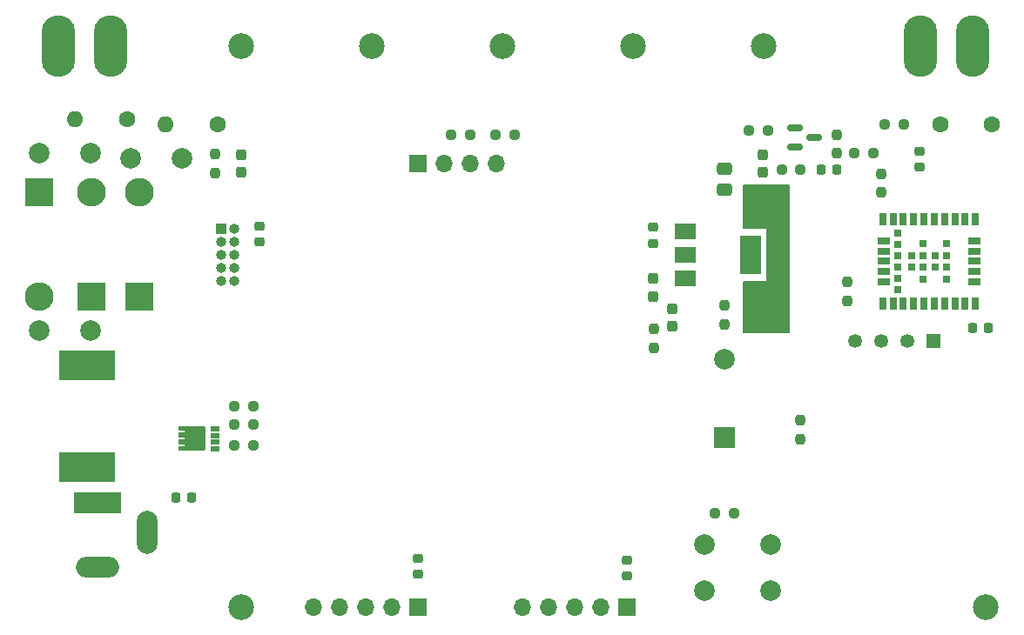
<source format=gbr>
%TF.GenerationSoftware,KiCad,Pcbnew,6.0.4-6f826c9f35~116~ubuntu20.04.1*%
%TF.CreationDate,2022-04-27T17:59:11+03:00*%
%TF.ProjectId,iot_geiger,696f745f-6765-4696-9765-722e6b696361,rev?*%
%TF.SameCoordinates,Original*%
%TF.FileFunction,Soldermask,Top*%
%TF.FilePolarity,Negative*%
%FSLAX46Y46*%
G04 Gerber Fmt 4.6, Leading zero omitted, Abs format (unit mm)*
G04 Created by KiCad (PCBNEW 6.0.4-6f826c9f35~116~ubuntu20.04.1) date 2022-04-27 17:59:11*
%MOMM*%
%LPD*%
G01*
G04 APERTURE LIST*
G04 Aperture macros list*
%AMRoundRect*
0 Rectangle with rounded corners*
0 $1 Rounding radius*
0 $2 $3 $4 $5 $6 $7 $8 $9 X,Y pos of 4 corners*
0 Add a 4 corners polygon primitive as box body*
4,1,4,$2,$3,$4,$5,$6,$7,$8,$9,$2,$3,0*
0 Add four circle primitives for the rounded corners*
1,1,$1+$1,$2,$3*
1,1,$1+$1,$4,$5*
1,1,$1+$1,$6,$7*
1,1,$1+$1,$8,$9*
0 Add four rect primitives between the rounded corners*
20,1,$1+$1,$2,$3,$4,$5,0*
20,1,$1+$1,$4,$5,$6,$7,0*
20,1,$1+$1,$6,$7,$8,$9,0*
20,1,$1+$1,$8,$9,$2,$3,0*%
%AMFreePoly0*
4,1,43,1.580355,1.210355,1.595000,1.175000,1.595000,0.775000,1.580355,0.739645,1.545000,0.725000,0.975000,0.725000,0.975000,0.575000,1.545000,0.575000,1.580355,0.560355,1.595000,0.525000,1.595000,0.125000,1.580355,0.089645,1.545000,0.075000,0.975000,0.075000,0.975000,-0.075000,1.545000,-0.075000,1.580355,-0.089645,1.595000,-0.125000,1.595000,-0.525000,1.580355,-0.560355,
1.545000,-0.575000,0.975000,-0.575000,0.975000,-0.725000,1.545000,-0.725000,1.580355,-0.739645,1.595000,-0.775000,1.595000,-1.175000,1.580355,-1.210355,1.545000,-1.225000,0.925000,-1.225000,0.889645,-1.210355,0.875000,-1.175000,-0.925000,-1.175000,-0.960355,-1.160355,-0.975000,-1.125000,-0.975000,1.125000,-0.960355,1.160355,-0.925000,1.175000,0.875000,1.175000,0.889645,1.210355,
0.925000,1.225000,1.545000,1.225000,1.580355,1.210355,1.580355,1.210355,$1*%
G04 Aperture macros list end*
%ADD10C,2.000000*%
%ADD11RoundRect,0.050000X0.415000X0.200000X-0.415000X0.200000X-0.415000X-0.200000X0.415000X-0.200000X0*%
%ADD12FreePoly0,180.000000*%
%ADD13RoundRect,0.237500X0.237500X-0.250000X0.237500X0.250000X-0.237500X0.250000X-0.237500X-0.250000X0*%
%ADD14RoundRect,0.237500X-0.237500X0.250000X-0.237500X-0.250000X0.237500X-0.250000X0.237500X0.250000X0*%
%ADD15C,1.600000*%
%ADD16R,1.700000X1.700000*%
%ADD17O,1.700000X1.700000*%
%ADD18C,2.500000*%
%ADD19RoundRect,0.225000X0.250000X-0.225000X0.250000X0.225000X-0.250000X0.225000X-0.250000X-0.225000X0*%
%ADD20RoundRect,0.237500X0.237500X-0.287500X0.237500X0.287500X-0.237500X0.287500X-0.237500X-0.287500X0*%
%ADD21RoundRect,0.237500X-0.250000X-0.237500X0.250000X-0.237500X0.250000X0.237500X-0.250000X0.237500X0*%
%ADD22R,0.700000X1.150000*%
%ADD23R,1.150000X0.700000*%
%ADD24R,0.700000X0.700000*%
%ADD25R,2.000000X2.000000*%
%ADD26RoundRect,0.225000X-0.250000X0.225000X-0.250000X-0.225000X0.250000X-0.225000X0.250000X0.225000X0*%
%ADD27RoundRect,0.237500X0.237500X-0.300000X0.237500X0.300000X-0.237500X0.300000X-0.237500X-0.300000X0*%
%ADD28O,1.600000X1.600000*%
%ADD29RoundRect,0.225000X-0.225000X-0.250000X0.225000X-0.250000X0.225000X0.250000X-0.225000X0.250000X0*%
%ADD30R,5.400000X2.900000*%
%ADD31R,2.000000X1.500000*%
%ADD32R,2.000000X3.800000*%
%ADD33R,2.800000X2.800000*%
%ADD34O,2.800000X2.800000*%
%ADD35RoundRect,0.237500X0.250000X0.237500X-0.250000X0.237500X-0.250000X-0.237500X0.250000X-0.237500X0*%
%ADD36R,4.600000X2.000000*%
%ADD37O,4.200000X2.000000*%
%ADD38O,2.000000X4.200000*%
%ADD39RoundRect,0.250000X-0.475000X0.337500X-0.475000X-0.337500X0.475000X-0.337500X0.475000X0.337500X0*%
%ADD40RoundRect,0.225000X0.225000X0.250000X-0.225000X0.250000X-0.225000X-0.250000X0.225000X-0.250000X0*%
%ADD41RoundRect,0.237500X-0.237500X0.300000X-0.237500X-0.300000X0.237500X-0.300000X0.237500X0.300000X0*%
%ADD42RoundRect,0.150000X-0.587500X-0.150000X0.587500X-0.150000X0.587500X0.150000X-0.587500X0.150000X0*%
%ADD43R,1.350000X1.350000*%
%ADD44C,1.350000*%
%ADD45O,3.250000X6.000000*%
%ADD46R,1.000000X1.000000*%
%ADD47O,1.000000X1.000000*%
G04 APERTURE END LIST*
D10*
X132675000Y-55372000D03*
X127675000Y-55372000D03*
D11*
X135901500Y-83652000D03*
X135901500Y-83002000D03*
X135901500Y-82352000D03*
X135901500Y-81702000D03*
D12*
X133961500Y-82677000D03*
D13*
X178562000Y-73810500D03*
X178562000Y-71985500D03*
D14*
X197358000Y-67413500D03*
X197358000Y-69238500D03*
D15*
X211415000Y-52070000D03*
X206415000Y-52070000D03*
D16*
X155585000Y-55880000D03*
D17*
X158125000Y-55880000D03*
X160665000Y-55880000D03*
X163205000Y-55880000D03*
D18*
X163830000Y-44450000D03*
D10*
X118785000Y-54864000D03*
X123785000Y-54864000D03*
X123785000Y-72136000D03*
X118785000Y-72136000D03*
X189940000Y-93000000D03*
X183440000Y-93000000D03*
X189940000Y-97500000D03*
X183440000Y-97500000D03*
D19*
X204368400Y-56248600D03*
X204368400Y-54698600D03*
D20*
X180340000Y-71741000D03*
X180340000Y-69991000D03*
D18*
X210820000Y-99060000D03*
D21*
X198071100Y-54914800D03*
X199896100Y-54914800D03*
D14*
X185420000Y-69699500D03*
X185420000Y-71524500D03*
D18*
X176530000Y-44450000D03*
D22*
X200810000Y-69530000D03*
X201810000Y-69530000D03*
X202810000Y-69530000D03*
X203810000Y-69530000D03*
X204810000Y-69530000D03*
X205810000Y-69530000D03*
X206810000Y-69530000D03*
X207810000Y-69530000D03*
X208810000Y-69530000D03*
X209810000Y-69530000D03*
D23*
X209735000Y-67405000D03*
X209735000Y-66405000D03*
X209735000Y-65405000D03*
X209735000Y-64405000D03*
X209735000Y-63405000D03*
D22*
X209810000Y-61280000D03*
X208810000Y-61280000D03*
X207810000Y-61280000D03*
X206810000Y-61280000D03*
X205810000Y-61280000D03*
X204810000Y-61280000D03*
X203810000Y-61280000D03*
X202810000Y-61280000D03*
X201810000Y-61280000D03*
X200810000Y-61280000D03*
D23*
X200885000Y-63405000D03*
X200885000Y-64405000D03*
X200885000Y-65405000D03*
X200885000Y-66405000D03*
X200885000Y-67405000D03*
D24*
X202260000Y-68155000D03*
X202260000Y-67055000D03*
X202260000Y-65955000D03*
X202260000Y-64855000D03*
X202260000Y-63755000D03*
X202260000Y-62655000D03*
X203590000Y-65980000D03*
X203590000Y-64830000D03*
X204740000Y-67130000D03*
X204740000Y-65980000D03*
X204740000Y-64830000D03*
X204740000Y-63680000D03*
X205890000Y-65980000D03*
X205890000Y-64830000D03*
X207040000Y-67130000D03*
X207040000Y-65980000D03*
X207040000Y-64830000D03*
X207040000Y-63680000D03*
D25*
X185420000Y-82540000D03*
D10*
X185420000Y-74940000D03*
D26*
X175895000Y-94475000D03*
X175895000Y-96025000D03*
D27*
X138430000Y-56742500D03*
X138430000Y-55017500D03*
D19*
X140208000Y-63513000D03*
X140208000Y-61963000D03*
D15*
X127362000Y-51562000D03*
D28*
X122282000Y-51562000D03*
D29*
X194805000Y-56515000D03*
X196355000Y-56515000D03*
D21*
X201017500Y-52070000D03*
X202842500Y-52070000D03*
D30*
X123444000Y-85468000D03*
X123444000Y-75568000D03*
D18*
X189230000Y-44450000D03*
D31*
X181635000Y-62470000D03*
X181635000Y-64770000D03*
D32*
X187935000Y-64770000D03*
D31*
X181635000Y-67070000D03*
D13*
X135890000Y-56792500D03*
X135890000Y-54967500D03*
X192786000Y-82700500D03*
X192786000Y-80875500D03*
D33*
X123825000Y-68834000D03*
D34*
X123825000Y-58674000D03*
D18*
X138430000Y-44450000D03*
D15*
X136125000Y-52070000D03*
D28*
X131045000Y-52070000D03*
D35*
X139596500Y-79502000D03*
X137771500Y-79502000D03*
D36*
X124445000Y-88900000D03*
D37*
X124445000Y-95200000D03*
D38*
X129245000Y-91800000D03*
D33*
X118745000Y-58674000D03*
D34*
X118745000Y-68834000D03*
D21*
X137771500Y-81280000D03*
X139596500Y-81280000D03*
D18*
X151130000Y-44450000D03*
D39*
X185420000Y-56366500D03*
X185420000Y-58441500D03*
D35*
X189647500Y-52705000D03*
X187822500Y-52705000D03*
X160678500Y-53086000D03*
X158853500Y-53086000D03*
D40*
X133617000Y-88392000D03*
X132067000Y-88392000D03*
D41*
X189142500Y-55017500D03*
X189142500Y-56742500D03*
D26*
X155575000Y-94335000D03*
X155575000Y-95885000D03*
D35*
X192822500Y-56515000D03*
X190997500Y-56515000D03*
D42*
X192242500Y-52390000D03*
X192242500Y-54290000D03*
X194117500Y-53340000D03*
D13*
X200660000Y-58697500D03*
X200660000Y-56872500D03*
D16*
X175895000Y-99060000D03*
D17*
X173355000Y-99060000D03*
X170815000Y-99060000D03*
X168275000Y-99060000D03*
X165735000Y-99060000D03*
D33*
X128524000Y-68834000D03*
D34*
X128524000Y-58674000D03*
D21*
X163171500Y-53086000D03*
X164996500Y-53086000D03*
D18*
X138430000Y-99060000D03*
D27*
X178435000Y-68807500D03*
X178435000Y-67082500D03*
D43*
X205740000Y-73195000D03*
D44*
X203200000Y-73195000D03*
X200660000Y-73195000D03*
X198120000Y-73195000D03*
D45*
X120650000Y-44450000D03*
X125730000Y-44450000D03*
X204470000Y-44450000D03*
X209550000Y-44450000D03*
D26*
X178435000Y-62090000D03*
X178435000Y-63640000D03*
D40*
X211074000Y-71882000D03*
X209524000Y-71882000D03*
D16*
X155575000Y-99060000D03*
D17*
X153035000Y-99060000D03*
X150495000Y-99060000D03*
X147955000Y-99060000D03*
X145415000Y-99060000D03*
D13*
X196355000Y-54887500D03*
X196355000Y-53062500D03*
D35*
X139596500Y-83312000D03*
X137771500Y-83312000D03*
D21*
X184507500Y-89916000D03*
X186332500Y-89916000D03*
D46*
X136515000Y-62230000D03*
D47*
X137785000Y-62230000D03*
X136515000Y-63500000D03*
X137785000Y-63500000D03*
X136515000Y-64770000D03*
X137785000Y-64770000D03*
X136515000Y-66040000D03*
X137785000Y-66040000D03*
X136515000Y-67310000D03*
X137785000Y-67310000D03*
G36*
X191712121Y-57932002D02*
G01*
X191758614Y-57985658D01*
X191770000Y-58038000D01*
X191770000Y-72264000D01*
X191749998Y-72332121D01*
X191696342Y-72378614D01*
X191644000Y-72390000D01*
X187324000Y-72390000D01*
X187255879Y-72369998D01*
X187209386Y-72316342D01*
X187198000Y-72264000D01*
X187198000Y-67436000D01*
X187218002Y-67367879D01*
X187271658Y-67321386D01*
X187324000Y-67310000D01*
X189465885Y-67310000D01*
X189481124Y-67305525D01*
X189482329Y-67304135D01*
X189484000Y-67296452D01*
X189484000Y-62248115D01*
X189479525Y-62232876D01*
X189478135Y-62231671D01*
X189470452Y-62230000D01*
X187324000Y-62230000D01*
X187255879Y-62209998D01*
X187209386Y-62156342D01*
X187198000Y-62104000D01*
X187198000Y-58038000D01*
X187218002Y-57969879D01*
X187271658Y-57923386D01*
X187324000Y-57912000D01*
X191644000Y-57912000D01*
X191712121Y-57932002D01*
G37*
M02*

</source>
